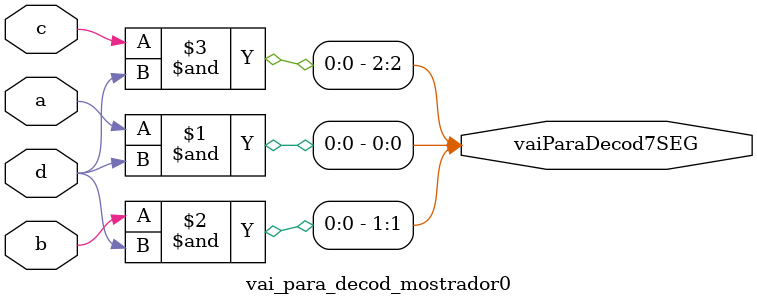
<source format=v>
module vai_para_decod_mostrador0(
	input a,b,c,d,
	output wire [2:0] vaiParaDecod7SEG
);
//saida 1
and and0(vaiParaDecod7SEG[0],a,d);
//saida 2
and and1(vaiParaDecod7SEG[1],b,d);
//saida 3
and and2(vaiParaDecod7SEG[2],c,d);
endmodule 
//Passa o perfil da interface 1 ou 000
</source>
